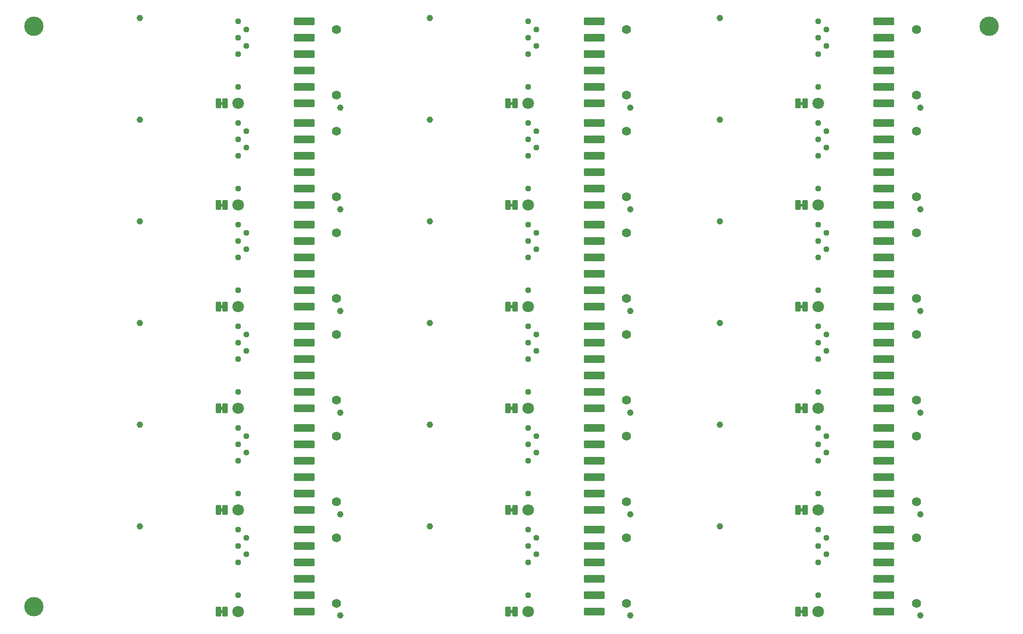
<source format=gbs>
%TF.GenerationSoftware,KiCad,Pcbnew,7.0.6*%
%TF.CreationDate,2023-11-19T12:44:14-07:00*%
%TF.ProjectId,SparkFun_BlueSMiRF-ESP32_panelized,53706172-6b46-4756-9e5f-426c7565534d,rev?*%
%TF.SameCoordinates,Original*%
%TF.FileFunction,Soldermask,Bot*%
%TF.FilePolarity,Negative*%
%FSLAX46Y46*%
G04 Gerber Fmt 4.6, Leading zero omitted, Abs format (unit mm)*
G04 Created by KiCad (PCBNEW 7.0.6) date 2023-11-19 12:44:14*
%MOMM*%
%LPD*%
G01*
G04 APERTURE LIST*
G04 Aperture macros list*
%AMRoundRect*
0 Rectangle with rounded corners*
0 $1 Rounding radius*
0 $2 $3 $4 $5 $6 $7 $8 $9 X,Y pos of 4 corners*
0 Add a 4 corners polygon primitive as box body*
4,1,4,$2,$3,$4,$5,$6,$7,$8,$9,$2,$3,0*
0 Add four circle primitives for the rounded corners*
1,1,$1+$1,$2,$3*
1,1,$1+$1,$4,$5*
1,1,$1+$1,$6,$7*
1,1,$1+$1,$8,$9*
0 Add four rect primitives between the rounded corners*
20,1,$1+$1,$2,$3,$4,$5,0*
20,1,$1+$1,$4,$5,$6,$7,0*
20,1,$1+$1,$6,$7,$8,$9,0*
20,1,$1+$1,$8,$9,$2,$3,0*%
G04 Aperture macros list end*
%ADD10C,1.803200*%
%ADD11RoundRect,0.476600X0.000000X0.000000X0.000000X0.000000X0.000000X0.000000X0.000000X0.000000X0*%
%ADD12RoundRect,0.101600X-0.330200X-0.635000X0.330200X-0.635000X0.330200X0.635000X-0.330200X0.635000X0*%
%ADD13C,3.000000*%
%ADD14C,1.000000*%
%ADD15C,1.400000*%
%ADD16RoundRect,0.101600X1.500000X0.500000X-1.500000X0.500000X-1.500000X-0.500000X1.500000X-0.500000X0*%
G04 APERTURE END LIST*
%TO.C,JP1*%
G36*
X19304000Y63989500D02*
G01*
X18796000Y63989500D01*
X18796000Y64470500D01*
X19304000Y64470500D01*
X19304000Y63989500D01*
G37*
G36*
X19304000Y48249500D02*
G01*
X18796000Y48249500D01*
X18796000Y48730500D01*
X19304000Y48730500D01*
X19304000Y48249500D01*
G37*
G36*
X19304000Y32509500D02*
G01*
X18796000Y32509500D01*
X18796000Y32990500D01*
X19304000Y32990500D01*
X19304000Y32509500D01*
G37*
G36*
X64254000Y16769500D02*
G01*
X63746000Y16769500D01*
X63746000Y17250500D01*
X64254000Y17250500D01*
X64254000Y16769500D01*
G37*
G36*
X64254000Y63989500D02*
G01*
X63746000Y63989500D01*
X63746000Y64470500D01*
X64254000Y64470500D01*
X64254000Y63989500D01*
G37*
G36*
X109204000Y1029500D02*
G01*
X108696000Y1029500D01*
X108696000Y1510500D01*
X109204000Y1510500D01*
X109204000Y1029500D01*
G37*
G36*
X109204000Y48249500D02*
G01*
X108696000Y48249500D01*
X108696000Y48730500D01*
X109204000Y48730500D01*
X109204000Y48249500D01*
G37*
G36*
X19304000Y16769500D02*
G01*
X18796000Y16769500D01*
X18796000Y17250500D01*
X19304000Y17250500D01*
X19304000Y16769500D01*
G37*
G36*
X64254000Y48249500D02*
G01*
X63746000Y48249500D01*
X63746000Y48730500D01*
X64254000Y48730500D01*
X64254000Y48249500D01*
G37*
G36*
X64254000Y1029500D02*
G01*
X63746000Y1029500D01*
X63746000Y1510500D01*
X64254000Y1510500D01*
X64254000Y1029500D01*
G37*
G36*
X64254000Y79729500D02*
G01*
X63746000Y79729500D01*
X63746000Y80210500D01*
X64254000Y80210500D01*
X64254000Y79729500D01*
G37*
G36*
X64254000Y32509500D02*
G01*
X63746000Y32509500D01*
X63746000Y32990500D01*
X64254000Y32990500D01*
X64254000Y32509500D01*
G37*
G36*
X19304000Y79729500D02*
G01*
X18796000Y79729500D01*
X18796000Y80210500D01*
X19304000Y80210500D01*
X19304000Y79729500D01*
G37*
G36*
X109204000Y16769500D02*
G01*
X108696000Y16769500D01*
X108696000Y17250500D01*
X109204000Y17250500D01*
X109204000Y16769500D01*
G37*
G36*
X109204000Y32509500D02*
G01*
X108696000Y32509500D01*
X108696000Y32990500D01*
X109204000Y32990500D01*
X109204000Y32509500D01*
G37*
G36*
X109204000Y79729500D02*
G01*
X108696000Y79729500D01*
X108696000Y80210500D01*
X109204000Y80210500D01*
X109204000Y79729500D01*
G37*
G36*
X109204000Y63989500D02*
G01*
X108696000Y63989500D01*
X108696000Y64470500D01*
X109204000Y64470500D01*
X109204000Y63989500D01*
G37*
G36*
X19304000Y1029500D02*
G01*
X18796000Y1029500D01*
X18796000Y1510500D01*
X19304000Y1510500D01*
X19304000Y1029500D01*
G37*
%TD*%
D10*
%TO.C,TP1*%
X21590000Y48490000D03*
%TD*%
%TO.C,TP1*%
X111490000Y32750000D03*
%TD*%
%TO.C,TP1*%
X21590000Y32750000D03*
%TD*%
%TO.C,TP1*%
X21590000Y17010000D03*
%TD*%
%TO.C,TP1*%
X21590000Y79970000D03*
%TD*%
%TO.C,TP1*%
X66540000Y1270000D03*
%TD*%
%TO.C,TP1*%
X66540000Y17010000D03*
%TD*%
%TO.C,TP1*%
X66540000Y32750000D03*
%TD*%
%TO.C,TP1*%
X66540000Y48490000D03*
%TD*%
%TO.C,TP1*%
X66540000Y64230000D03*
%TD*%
%TO.C,TP1*%
X111490000Y17010000D03*
%TD*%
%TO.C,TP1*%
X111490000Y1270000D03*
%TD*%
%TO.C,TP1*%
X21590000Y64230000D03*
%TD*%
%TO.C,TP1*%
X66540000Y79970000D03*
%TD*%
%TO.C,TP1*%
X111490000Y48490000D03*
%TD*%
%TO.C,TP1*%
X111490000Y64230000D03*
%TD*%
%TO.C,TP1*%
X111490000Y79970000D03*
%TD*%
%TO.C,TP1*%
X21590000Y1270000D03*
%TD*%
D11*
%TO.C,TP3*%
X66540000Y40370000D03*
%TD*%
%TO.C,TP3*%
X111490000Y8890000D03*
%TD*%
%TO.C,TP3*%
X66540000Y24630000D03*
%TD*%
%TO.C,TP3*%
X21590000Y24630000D03*
%TD*%
%TO.C,TP3*%
X66540000Y71850000D03*
%TD*%
%TO.C,TP3*%
X21590000Y71850000D03*
%TD*%
%TO.C,TP3*%
X21590000Y56110000D03*
%TD*%
%TO.C,TP3*%
X66540000Y8890000D03*
%TD*%
%TO.C,TP3*%
X21590000Y40370000D03*
%TD*%
%TO.C,TP3*%
X21590000Y87590000D03*
%TD*%
%TO.C,TP3*%
X66540000Y56110000D03*
%TD*%
%TO.C,TP3*%
X66540000Y87590000D03*
%TD*%
%TO.C,TP3*%
X111490000Y24630000D03*
%TD*%
%TO.C,TP3*%
X111490000Y40370000D03*
%TD*%
%TO.C,TP3*%
X111490000Y56110000D03*
%TD*%
%TO.C,TP3*%
X111490000Y87590000D03*
%TD*%
%TO.C,TP3*%
X111490000Y71850000D03*
%TD*%
%TO.C,TP3*%
X21590000Y8890000D03*
%TD*%
%TO.C,TP6*%
X21590000Y35290000D03*
%TD*%
%TO.C,TP6*%
X21590000Y66770000D03*
%TD*%
%TO.C,TP6*%
X21590000Y51030000D03*
%TD*%
%TO.C,TP6*%
X21590000Y82510000D03*
%TD*%
%TO.C,TP6*%
X66540000Y19550000D03*
%TD*%
%TO.C,TP6*%
X21590000Y19550000D03*
%TD*%
%TO.C,TP6*%
X66540000Y35290000D03*
%TD*%
%TO.C,TP6*%
X66540000Y3810000D03*
%TD*%
%TO.C,TP6*%
X66540000Y51030000D03*
%TD*%
%TO.C,TP6*%
X111490000Y3810000D03*
%TD*%
%TO.C,TP6*%
X66540000Y82510000D03*
%TD*%
%TO.C,TP6*%
X111490000Y66770000D03*
%TD*%
%TO.C,TP6*%
X111490000Y51030000D03*
%TD*%
%TO.C,TP6*%
X111490000Y19550000D03*
%TD*%
%TO.C,TP6*%
X66540000Y66770000D03*
%TD*%
%TO.C,TP6*%
X111490000Y35290000D03*
%TD*%
%TO.C,TP6*%
X111490000Y82510000D03*
%TD*%
%TO.C,TP6*%
X21590000Y3810000D03*
%TD*%
D12*
%TO.C,JP1*%
X18529300Y64230000D03*
X19570700Y64230000D03*
%TD*%
%TO.C,JP1*%
X18529300Y48490000D03*
X19570700Y48490000D03*
%TD*%
%TO.C,JP1*%
X18529300Y32750000D03*
X19570700Y32750000D03*
%TD*%
%TO.C,JP1*%
X63479300Y17010000D03*
X64520700Y17010000D03*
%TD*%
%TO.C,JP1*%
X63479300Y64230000D03*
X64520700Y64230000D03*
%TD*%
%TO.C,JP1*%
X108429300Y1270000D03*
X109470700Y1270000D03*
%TD*%
%TO.C,JP1*%
X108429300Y48490000D03*
X109470700Y48490000D03*
%TD*%
%TO.C,JP1*%
X18529300Y17010000D03*
X19570700Y17010000D03*
%TD*%
%TO.C,JP1*%
X63479300Y48490000D03*
X64520700Y48490000D03*
%TD*%
%TO.C,JP1*%
X63479300Y1270000D03*
X64520700Y1270000D03*
%TD*%
%TO.C,JP1*%
X63479300Y79970000D03*
X64520700Y79970000D03*
%TD*%
%TO.C,JP1*%
X63479300Y32750000D03*
X64520700Y32750000D03*
%TD*%
%TO.C,JP1*%
X18529300Y79970000D03*
X19570700Y79970000D03*
%TD*%
%TO.C,JP1*%
X108429300Y17010000D03*
X109470700Y17010000D03*
%TD*%
%TO.C,JP1*%
X108429300Y32750000D03*
X109470700Y32750000D03*
%TD*%
%TO.C,JP1*%
X108429300Y79970000D03*
X109470700Y79970000D03*
%TD*%
%TO.C,JP1*%
X108429300Y64230000D03*
X109470700Y64230000D03*
%TD*%
%TO.C,JP1*%
X18529300Y1270000D03*
X19570700Y1270000D03*
%TD*%
D13*
%TO.C,*%
X-10025000Y2000000D03*
%TD*%
%TO.C,*%
X138025000Y91940000D03*
%TD*%
D11*
%TO.C,TP7*%
X67810000Y44180000D03*
%TD*%
%TO.C,TP7*%
X67810000Y12700000D03*
%TD*%
%TO.C,TP7*%
X22860000Y75660000D03*
%TD*%
%TO.C,TP7*%
X112760000Y91400000D03*
%TD*%
%TO.C,TP7*%
X22860000Y91400000D03*
%TD*%
%TO.C,TP7*%
X22860000Y59920000D03*
%TD*%
%TO.C,TP7*%
X67810000Y59920000D03*
%TD*%
%TO.C,TP7*%
X112760000Y44180000D03*
%TD*%
%TO.C,TP7*%
X22860000Y44180000D03*
%TD*%
%TO.C,TP7*%
X67810000Y28440000D03*
%TD*%
%TO.C,TP7*%
X22860000Y28440000D03*
%TD*%
%TO.C,TP7*%
X112760000Y28440000D03*
%TD*%
%TO.C,TP7*%
X67810000Y91400000D03*
%TD*%
%TO.C,TP7*%
X112760000Y59920000D03*
%TD*%
%TO.C,TP7*%
X67810000Y75660000D03*
%TD*%
%TO.C,TP7*%
X112760000Y12700000D03*
%TD*%
%TO.C,TP7*%
X112760000Y75660000D03*
%TD*%
%TO.C,TP7*%
X22860000Y12700000D03*
%TD*%
D14*
%TO.C,FID3*%
X82415000Y16375000D03*
%TD*%
%TO.C,FID3*%
X82415000Y47855000D03*
%TD*%
%TO.C,FID3*%
X82415000Y63595000D03*
%TD*%
%TO.C,FID3*%
X37465000Y16375000D03*
%TD*%
%TO.C,FID3*%
X37465000Y32115000D03*
%TD*%
%TO.C,FID3*%
X37465000Y47855000D03*
%TD*%
%TO.C,FID3*%
X37465000Y63595000D03*
%TD*%
%TO.C,FID3*%
X37465000Y79335000D03*
%TD*%
%TO.C,FID3*%
X82415000Y635000D03*
%TD*%
%TO.C,FID3*%
X82415000Y32115000D03*
%TD*%
%TO.C,FID3*%
X127365000Y635000D03*
%TD*%
%TO.C,FID3*%
X127365000Y16375000D03*
%TD*%
%TO.C,FID3*%
X127365000Y32115000D03*
%TD*%
%TO.C,FID3*%
X127365000Y47855000D03*
%TD*%
%TO.C,FID3*%
X127365000Y63595000D03*
%TD*%
%TO.C,FID3*%
X127365000Y79335000D03*
%TD*%
%TO.C,FID3*%
X82415000Y79335000D03*
%TD*%
%TO.C,FID3*%
X37465000Y635000D03*
%TD*%
D11*
%TO.C,TP5*%
X111490000Y90130000D03*
%TD*%
%TO.C,TP5*%
X111490000Y11430000D03*
%TD*%
%TO.C,TP5*%
X111490000Y42910000D03*
%TD*%
%TO.C,TP5*%
X66540000Y90130000D03*
%TD*%
%TO.C,TP5*%
X111490000Y27170000D03*
%TD*%
%TO.C,TP5*%
X111490000Y58650000D03*
%TD*%
%TO.C,TP5*%
X111490000Y74390000D03*
%TD*%
%TO.C,TP5*%
X21590000Y90130000D03*
%TD*%
%TO.C,TP5*%
X66540000Y42910000D03*
%TD*%
%TO.C,TP5*%
X21590000Y58650000D03*
%TD*%
%TO.C,TP5*%
X21590000Y74390000D03*
%TD*%
%TO.C,TP5*%
X66540000Y58650000D03*
%TD*%
%TO.C,TP5*%
X66540000Y74390000D03*
%TD*%
%TO.C,TP5*%
X66540000Y27170000D03*
%TD*%
%TO.C,TP5*%
X21590000Y27170000D03*
%TD*%
%TO.C,TP5*%
X21590000Y42910000D03*
%TD*%
%TO.C,TP5*%
X66540000Y11430000D03*
%TD*%
%TO.C,TP5*%
X21590000Y11430000D03*
%TD*%
%TO.C,TP4*%
X67810000Y73120000D03*
%TD*%
%TO.C,TP4*%
X112760000Y88860000D03*
%TD*%
%TO.C,TP4*%
X22860000Y57380000D03*
%TD*%
%TO.C,TP4*%
X112760000Y41640000D03*
%TD*%
%TO.C,TP4*%
X22860000Y41640000D03*
%TD*%
%TO.C,TP4*%
X112760000Y25900000D03*
%TD*%
%TO.C,TP4*%
X67810000Y57380000D03*
%TD*%
%TO.C,TP4*%
X67810000Y25900000D03*
%TD*%
%TO.C,TP4*%
X112760000Y73120000D03*
%TD*%
%TO.C,TP4*%
X22860000Y73120000D03*
%TD*%
%TO.C,TP4*%
X67810000Y41640000D03*
%TD*%
%TO.C,TP4*%
X22860000Y25900000D03*
%TD*%
%TO.C,TP4*%
X112760000Y10160000D03*
%TD*%
%TO.C,TP4*%
X22860000Y88860000D03*
%TD*%
%TO.C,TP4*%
X67810000Y88860000D03*
%TD*%
%TO.C,TP4*%
X67810000Y10160000D03*
%TD*%
%TO.C,TP4*%
X112760000Y57380000D03*
%TD*%
%TO.C,TP4*%
X22860000Y10160000D03*
%TD*%
%TO.C,TP2*%
X21590000Y29710000D03*
%TD*%
%TO.C,TP2*%
X111490000Y13970000D03*
%TD*%
%TO.C,TP2*%
X21590000Y45450000D03*
%TD*%
%TO.C,TP2*%
X21590000Y76930000D03*
%TD*%
%TO.C,TP2*%
X66540000Y29710000D03*
%TD*%
%TO.C,TP2*%
X66540000Y92670000D03*
%TD*%
%TO.C,TP2*%
X66540000Y61190000D03*
%TD*%
%TO.C,TP2*%
X21590000Y61190000D03*
%TD*%
%TO.C,TP2*%
X111490000Y45450000D03*
%TD*%
%TO.C,TP2*%
X111490000Y29710000D03*
%TD*%
%TO.C,TP2*%
X111490000Y61190000D03*
%TD*%
%TO.C,TP2*%
X21590000Y92670000D03*
%TD*%
%TO.C,TP2*%
X66540000Y13970000D03*
%TD*%
%TO.C,TP2*%
X66540000Y76930000D03*
%TD*%
%TO.C,TP2*%
X66540000Y45450000D03*
%TD*%
%TO.C,TP2*%
X111490000Y92670000D03*
%TD*%
%TO.C,TP2*%
X111490000Y76930000D03*
%TD*%
%TO.C,TP2*%
X21590000Y13970000D03*
%TD*%
D14*
%TO.C,FID4*%
X6350000Y77438000D03*
%TD*%
%TO.C,FID4*%
X96250000Y14478000D03*
%TD*%
%TO.C,FID4*%
X96250000Y45958000D03*
%TD*%
%TO.C,FID4*%
X6350000Y30218000D03*
%TD*%
%TO.C,FID4*%
X6350000Y45958000D03*
%TD*%
%TO.C,FID4*%
X51300000Y14478000D03*
%TD*%
%TO.C,FID4*%
X51300000Y30218000D03*
%TD*%
%TO.C,FID4*%
X6350000Y93178000D03*
%TD*%
%TO.C,FID4*%
X6350000Y61698000D03*
%TD*%
%TO.C,FID4*%
X51300000Y45958000D03*
%TD*%
%TO.C,FID4*%
X51300000Y61698000D03*
%TD*%
%TO.C,FID4*%
X51300000Y77438000D03*
%TD*%
%TO.C,FID4*%
X51300000Y93178000D03*
%TD*%
%TO.C,FID4*%
X96250000Y30218000D03*
%TD*%
%TO.C,FID4*%
X96250000Y77438000D03*
%TD*%
%TO.C,FID4*%
X96250000Y93178000D03*
%TD*%
%TO.C,FID4*%
X96250000Y61698000D03*
%TD*%
%TO.C,FID4*%
X6350000Y14478000D03*
%TD*%
D13*
%TO.C,*%
X-10025000Y91940000D03*
%TD*%
D15*
%TO.C,J1*%
X126730000Y28440000D03*
X126730000Y18280000D03*
D16*
X121730000Y29710000D03*
X121730000Y27170000D03*
X121730000Y24630000D03*
X121730000Y22090000D03*
X121730000Y19550000D03*
X121730000Y17010000D03*
%TD*%
D15*
%TO.C,J1*%
X126730000Y59920000D03*
X126730000Y49760000D03*
D16*
X121730000Y61190000D03*
X121730000Y58650000D03*
X121730000Y56110000D03*
X121730000Y53570000D03*
X121730000Y51030000D03*
X121730000Y48490000D03*
%TD*%
D15*
%TO.C,J1*%
X126730000Y91400000D03*
X126730000Y81240000D03*
D16*
X121730000Y92670000D03*
X121730000Y90130000D03*
X121730000Y87590000D03*
X121730000Y85050000D03*
X121730000Y82510000D03*
X121730000Y79970000D03*
%TD*%
D15*
%TO.C,J1*%
X36830000Y44180000D03*
X36830000Y34020000D03*
D16*
X31830000Y45450000D03*
X31830000Y42910000D03*
X31830000Y40370000D03*
X31830000Y37830000D03*
X31830000Y35290000D03*
X31830000Y32750000D03*
%TD*%
D15*
%TO.C,J1*%
X36830000Y28440000D03*
X36830000Y18280000D03*
D16*
X31830000Y29710000D03*
X31830000Y27170000D03*
X31830000Y24630000D03*
X31830000Y22090000D03*
X31830000Y19550000D03*
X31830000Y17010000D03*
%TD*%
D15*
%TO.C,J1*%
X81780000Y75660000D03*
X81780000Y65500000D03*
D16*
X76780000Y76930000D03*
X76780000Y74390000D03*
X76780000Y71850000D03*
X76780000Y69310000D03*
X76780000Y66770000D03*
X76780000Y64230000D03*
%TD*%
D15*
%TO.C,J1*%
X36830000Y75660000D03*
X36830000Y65500000D03*
D16*
X31830000Y76930000D03*
X31830000Y74390000D03*
X31830000Y71850000D03*
X31830000Y69310000D03*
X31830000Y66770000D03*
X31830000Y64230000D03*
%TD*%
D15*
%TO.C,J1*%
X36830000Y59920000D03*
X36830000Y49760000D03*
D16*
X31830000Y61190000D03*
X31830000Y58650000D03*
X31830000Y56110000D03*
X31830000Y53570000D03*
X31830000Y51030000D03*
X31830000Y48490000D03*
%TD*%
D15*
%TO.C,J1*%
X81780000Y12700000D03*
X81780000Y2540000D03*
D16*
X76780000Y13970000D03*
X76780000Y11430000D03*
X76780000Y8890000D03*
X76780000Y6350000D03*
X76780000Y3810000D03*
X76780000Y1270000D03*
%TD*%
D15*
%TO.C,J1*%
X81780000Y28440000D03*
X81780000Y18280000D03*
D16*
X76780000Y29710000D03*
X76780000Y27170000D03*
X76780000Y24630000D03*
X76780000Y22090000D03*
X76780000Y19550000D03*
X76780000Y17010000D03*
%TD*%
D15*
%TO.C,J1*%
X36830000Y91400000D03*
X36830000Y81240000D03*
D16*
X31830000Y92670000D03*
X31830000Y90130000D03*
X31830000Y87590000D03*
X31830000Y85050000D03*
X31830000Y82510000D03*
X31830000Y79970000D03*
%TD*%
D15*
%TO.C,J1*%
X81780000Y44180000D03*
X81780000Y34020000D03*
D16*
X76780000Y45450000D03*
X76780000Y42910000D03*
X76780000Y40370000D03*
X76780000Y37830000D03*
X76780000Y35290000D03*
X76780000Y32750000D03*
%TD*%
D15*
%TO.C,J1*%
X81780000Y59920000D03*
X81780000Y49760000D03*
D16*
X76780000Y61190000D03*
X76780000Y58650000D03*
X76780000Y56110000D03*
X76780000Y53570000D03*
X76780000Y51030000D03*
X76780000Y48490000D03*
%TD*%
D15*
%TO.C,J1*%
X81780000Y91400000D03*
X81780000Y81240000D03*
D16*
X76780000Y92670000D03*
X76780000Y90130000D03*
X76780000Y87590000D03*
X76780000Y85050000D03*
X76780000Y82510000D03*
X76780000Y79970000D03*
%TD*%
D15*
%TO.C,J1*%
X126730000Y12700000D03*
X126730000Y2540000D03*
D16*
X121730000Y13970000D03*
X121730000Y11430000D03*
X121730000Y8890000D03*
X121730000Y6350000D03*
X121730000Y3810000D03*
X121730000Y1270000D03*
%TD*%
D15*
%TO.C,J1*%
X126730000Y44180000D03*
X126730000Y34020000D03*
D16*
X121730000Y45450000D03*
X121730000Y42910000D03*
X121730000Y40370000D03*
X121730000Y37830000D03*
X121730000Y35290000D03*
X121730000Y32750000D03*
%TD*%
D15*
%TO.C,J1*%
X126730000Y75660000D03*
X126730000Y65500000D03*
D16*
X121730000Y76930000D03*
X121730000Y74390000D03*
X121730000Y71850000D03*
X121730000Y69310000D03*
X121730000Y66770000D03*
X121730000Y64230000D03*
%TD*%
D15*
%TO.C,J1*%
X36830000Y12700000D03*
X36830000Y2540000D03*
D16*
X31830000Y13970000D03*
X31830000Y11430000D03*
X31830000Y8890000D03*
X31830000Y6350000D03*
X31830000Y3810000D03*
X31830000Y1270000D03*
%TD*%
M02*

</source>
